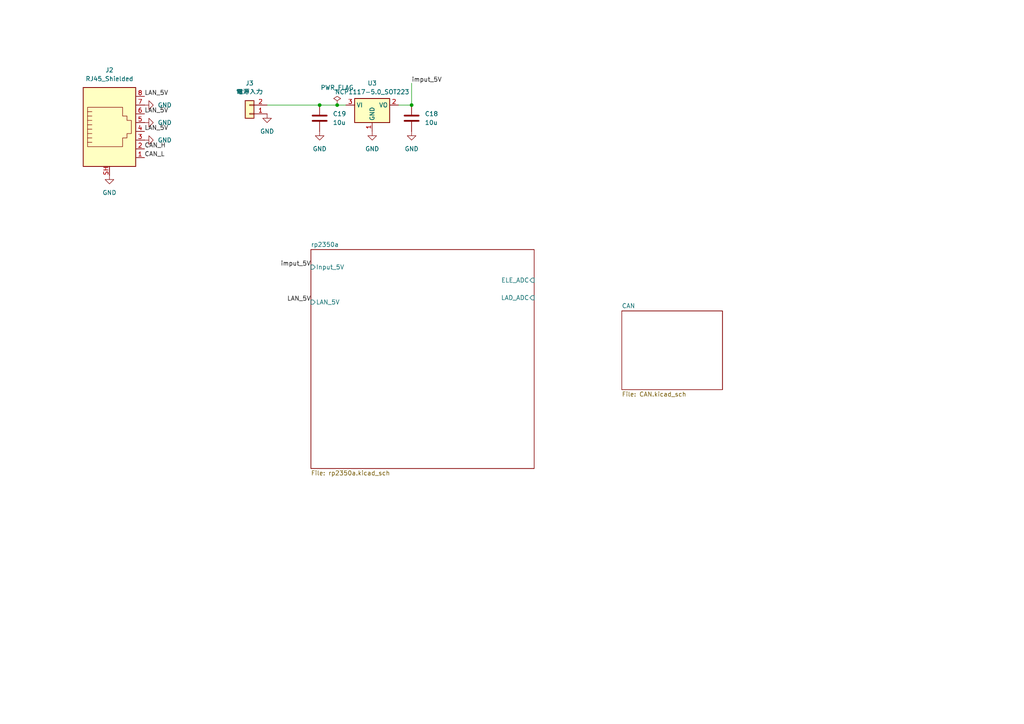
<source format=kicad_sch>
(kicad_sch (version 20250114) (generator "eeschema") (generator_version "9.0")
  (paper "A4")
  (lib_symbols
    (symbol "Connector:RJ45_Shielded" (pin_names (offset 1.016))
      (property "Reference" "J" (at -5.08 13.97 0))
      (property "Value" "RJ45_Shielded" (at 2.54 13.97 0))
      (symbol "RJ45_Shielded_0_1"
        (polyline (pts (xy -6.35 1.905) (xy -5.08 1.905) (xy -5.08 1.905)))
        (polyline (pts (xy -6.35 0.635) (xy -5.08 0.635) (xy -5.08 0.635)))
        (polyline (pts (xy -6.35 -0.635) (xy -5.08 -0.635) (xy -5.08 -0.635)))
        (polyline (pts (xy -6.35 -1.905) (xy -5.08 -1.905) (xy -5.08 -1.905)))
        (polyline (pts (xy -6.35 -3.175) (xy -5.08 -3.175) (xy -5.08 -3.175)))
        (polyline (pts (xy -6.35 -4.445) (xy -6.35 6.985) (xy 3.81 6.985) (xy 3.81 4.445) (xy 5.08 4.445) (xy 5.08 3.175) (xy 6.35 3.175) (xy 6.35 -0.635) (xy 5.08 -0.635) (xy 5.08 -1.905) (xy 3.81 -1.905) (xy 3.81 -4.445) (xy -6.35 -4.445) (xy -6.35 -4.445)))
        (polyline (pts (xy -5.08 5.715) (xy -6.35 5.715)))
        (polyline (pts (xy -5.08 4.445) (xy -6.35 4.445)))
        (polyline (pts (xy -5.08 3.175) (xy -6.35 3.175) (xy -6.35 3.175)))
        (rectangle (start 7.62 12.7) (end -7.62 -10.16) (stroke (width 0.254)) (fill (type background)))
      )
      (symbol "RJ45_Shielded_1_1"
        (pin passive line (at 0 -12.7 90) (length 2.54) (name "~") (number "SH"))
        (pin passive line (at 10.16 10.16 180) (length 2.54) (name "~") (number "8"))
        (pin passive line (at 10.16 7.62 180) (length 2.54) (name "~") (number "7"))
        (pin passive line (at 10.16 5.08 180) (length 2.54) (name "~") (number "6"))
        (pin passive line (at 10.16 2.54 180) (length 2.54) (name "~") (number "5"))
        (pin passive line (at 10.16 0 180) (length 2.54) (name "~") (number "4"))
        (pin passive line (at 10.16 -2.54 180) (length 2.54) (name "~") (number "3"))
        (pin passive line (at 10.16 -5.08 180) (length 2.54) (name "~") (number "2"))
        (pin passive line (at 10.16 -7.62 180) (length 2.54) (name "~") (number "1"))
      )
    )
    (symbol "Connector_Generic:Conn_01x02" (pin_names (offset 1.016) (hide yes))
      (property "Reference" "J" (at 0 2.54 0))
      (property "Value" "Conn_01x02" (at 0 -5.08 0))
      (symbol "Conn_01x02_1_1"
        (rectangle (start -1.27 1.27) (end 1.27 -3.81) (stroke (width 0.254)) (fill (type background)))
        (rectangle (start -1.27 0.127) (end 0 -0.127) (stroke (width 0.1524)))
        (rectangle (start -1.27 -2.413) (end 0 -2.667) (stroke (width 0.1524)))
        (pin passive line (at -5.08 0 0) (length 3.81) (name "Pin_1") (number "1"))
        (pin passive line (at -5.08 -2.54 0) (length 3.81) (name "Pin_2") (number "2"))
      )
    )
    (symbol "Device:C" (pin_numbers (hide yes)) (pin_names (offset 0.254))
      (property "Reference" "C" (at 0.635 2.54 0))
      (property "Value" "C" (at 0.635 -2.54 0))
      (symbol "C_0_1"
        (polyline (pts (xy -2.032 0.762) (xy 2.032 0.762)) (stroke (width 0.508)))
        (polyline (pts (xy -2.032 -0.762) (xy 2.032 -0.762)) (stroke (width 0.508)))
      )
      (symbol "C_1_1"
        (pin passive line (at 0 3.81 270) (length 2.794) (name "~") (number "1"))
        (pin passive line (at 0 -3.81 90) (length 2.794) (name "~") (number "2"))
      )
    )
    (symbol "Regulator_Linear:NCP1117-5.0_SOT223"
      (property "Reference" "U" (at -3.81 3.175 0))
      (property "Value" "NCP1117-5.0_SOT223" (at 0 3.175 0))
      (symbol "NCP1117-5.0_SOT223_0_1"
        (rectangle (start -5.08 -5.08) (end 5.08 1.905) (stroke (width 0.254)) (fill (type background)))
      )
      (symbol "NCP1117-5.0_SOT223_1_1"
        (pin power_in line (at -7.62 0 0) (length 2.54) (name "VI") (number "3"))
        (pin power_in line (at 0 -7.62 90) (length 2.54) (name "GND") (number "1"))
        (pin power_out line (at 7.62 0 180) (length 2.54) (name "VO") (number "2"))
      )
    )
    (symbol "power:GND" (power) (pin_numbers (hide yes)) (pin_names (offset 0) (hide yes))
      (property "Value" "GND" (at 0 -3.81 0))
      (symbol "GND_0_1"
        (polyline (pts (xy 0 0) (xy 0 -1.27) (xy 1.27 -1.27) (xy 0 -2.54) (xy -1.27 -1.27) (xy 0 -1.27)))
      )
      (symbol "GND_1_1"
        (pin power_in line (at 0 0 270) (length 0) (name "~") (number "1"))
      )
    )
    (symbol "power:PWR_FLAG" (power) (pin_numbers (hide yes)) (pin_names (offset 0) (hide yes))
      (property "Value" "PWR_FLAG" (at 0 3.81 0))
      (symbol "PWR_FLAG_0_0"
        (pin power_out line (at 0 0 90) (length 0) (name "~") (number "1"))
      )
      (symbol "PWR_FLAG_0_1"
        (polyline (pts (xy 0 0) (xy 0 1.27) (xy -1.016 1.905) (xy 0 2.54) (xy 1.016 1.905) (xy 0 1.27)))
      )
    )
  )
  (junction (at 97.79 30.48))
  (junction (at 92.71 30.48))
  (junction (at 119.38 30.48))
  (wire (pts (xy 97.79 30.48) (xy 100.33 30.48)))
  (wire (pts (xy 115.57 30.48) (xy 119.38 30.48)))
  (wire (pts (xy 119.38 24.13) (xy 119.38 30.48)))
  (wire (pts (xy 92.71 30.48) (xy 97.79 30.48)))
  (wire (pts (xy 77.47 30.48) (xy 92.71 30.48)))
  (label "LAN_5V" (at 41.91 33.02 0))
  (label "LAN_5V" (at 41.91 27.94 0))
  (label "CAN_H" (at 41.91 43.18 0))
  (label "imput_5V" (at 119.38 24.13 0))
  (label "imput_5V" (at 90.17 77.47 180))
  (label "LAN_5V" (at 41.91 38.1 0))
  (label "LAN_5V" (at 90.17 87.63 180))
  (label "CAN_L" (at 41.91 45.72 0))
  (symbol (lib_id "power:GND") (at 41.91 40.64 90) (unit 1)
    (property "Reference" "#PWR018" (effects (hide yes)))
    (property "Value" "GND" (at 45.72 40.6399 90) (effects (justify right)))
    (property "Description" "Power symbol creates a global label with name \"GND\" , ground" (effects (hide yes)))
  )
  (symbol (lib_id "power:PWR_FLAG") (at 97.79 30.48 0) (unit 1)
    (property "Reference" "#FLG02" (effects (hide yes)))
    (property "Value" "PWR_FLAG" (at 97.79 25.4 0))
    (property "Description" "Special symbol for telling ERC where power comes from" (effects (hide yes)))
  )
  (symbol (lib_id "Device:C") (at 119.38 34.29 0) (unit 1)
    (property "Reference" "C18" (at 123.19 33.0199 0) (effects (justify left)))
    (property "Value" "10u" (at 123.19 35.5599 0) (effects (justify left)))
    (property "Description" "Unpolarized capacitor" (effects (hide yes)))
  )
  (symbol (lib_id "Regulator_Linear:NCP1117-5.0_SOT223") (at 107.95 30.48 0) (unit 1)
    (property "Reference" "U3" (at 107.95 24.13 0))
    (property "Value" "NCP1117-5.0_SOT223" (at 107.95 26.67 0))
    (property "Footprint" "Package_TO_SOT_SMD:SOT-223-3_TabPin2" (effects (hide yes)))
    (property "Datasheet" "http://www.onsemi.com/pub_link/Collateral/NCP1117-D.PDF" (effects (hide yes)))
    (property "Description" "1A Low drop-out regulator, Fixed Output 5V, SOT-223" (effects (hide yes)))
  )
  (symbol (lib_id "Device:C") (at 92.71 34.29 0) (unit 1)
    (property "Reference" "C19" (at 96.52 33.0199 0) (effects (justify left)))
    (property "Value" "10u" (at 96.52 35.5599 0) (effects (justify left)))
    (property "Description" "Unpolarized capacitor" (effects (hide yes)))
  )
  (symbol (lib_id "power:GND") (at 77.47 33.02 0) (unit 1)
    (property "Reference" "#PWR024" (effects (hide yes)))
    (property "Value" "GND" (at 77.47 38.1 0))
    (property "Description" "Power symbol creates a global label with name \"GND\" , ground" (effects (hide yes)))
  )
  (symbol (lib_id "power:GND") (at 92.71 38.1 0) (unit 1)
    (property "Reference" "#PWR022" (effects (hide yes)))
    (property "Value" "GND" (at 92.71 43.18 0))
    (property "Description" "Power symbol creates a global label with name \"GND\" , ground" (effects (hide yes)))
  )
  (symbol (lib_id "power:GND") (at 41.91 30.48 90) (unit 1)
    (property "Reference" "#PWR020" (effects (hide yes)))
    (property "Value" "GND" (at 45.72 30.4799 90) (effects (justify right)))
    (property "Description" "Power symbol creates a global label with name \"GND\" , ground" (effects (hide yes)))
  )
  (symbol (lib_id "power:GND") (at 107.95 38.1 0) (unit 1)
    (property "Reference" "#PWR021" (effects (hide yes)))
    (property "Value" "GND" (at 107.95 43.18 0))
    (property "Description" "Power symbol creates a global label with name \"GND\" , ground" (effects (hide yes)))
  )
  (symbol (lib_id "power:GND") (at 119.38 38.1 0) (unit 1)
    (property "Reference" "#PWR023" (effects (hide yes)))
    (property "Value" "GND" (at 119.38 43.18 0))
    (property "Description" "Power symbol creates a global label with name \"GND\" , ground" (effects (hide yes)))
  )
  (symbol (lib_id "power:GND") (at 31.75 50.8 0) (unit 1)
    (property "Reference" "#PWR017" (effects (hide yes)))
    (property "Value" "GND" (at 31.75 55.88 0))
    (property "Description" "Power symbol creates a global label with name \"GND\" , ground" (effects (hide yes)))
  )
  (symbol (lib_id "Connector_Generic:Conn_01x02") (at 72.39 33.02 180) (unit 1)
    (property "Reference" "J3" (at 72.39 24.13 0))
    (property "Value" "電源入力" (at 72.39 26.67 0))
    (property "Description" "Generic connector, single row, 01x02, script generated (kicad-library-utils/schlib/autogen/connector/)" (effects (hide yes)))
  )
  (symbol (lib_id "Connector:RJ45_Shielded") (at 31.75 38.1 0) (unit 1)
    (property "Reference" "J2" (at 31.75 20.32 0))
    (property "Value" "RJ45_Shielded" (at 31.75 22.86 0))
    (property "Description" "RJ connector, 8P8C (8 positions 8 connected), Shielded" (effects (hide yes)))
  )
  (symbol (lib_id "power:GND") (at 41.91 35.56 90) (unit 1)
    (property "Reference" "#PWR019" (effects (hide yes)))
    (property "Value" "GND" (at 45.72 35.5599 90) (effects (justify right)))
    (property "Description" "Power symbol creates a global label with name \"GND\" , ground" (effects (hide yes)))
  )
  (sheet (at 180.34 90.17) (size 29.21 22.86) (stroke (width 0.1524))
    (property "Sheetname" "CAN" (at 180.34 89.4584 0) (effects (justify left bottom)))
    (property "Sheetfile" "CAN.kicad_sch" (at 180.34 113.6146 0) (effects (justify left top)))
  )
  (sheet (at 90.17 72.39) (size 64.77 63.5) (stroke (width 0.1524))
    (property "Sheetname" "rp2350a" (at 90.17 71.6784 0) (effects (justify left bottom)))
    (property "Sheetfile" "rp2350a.kicad_sch" (at 90.17 136.4746 0) (effects (justify left top)))
    (pin "Input_5V" input (at 90.17 77.47 180))
    (pin "LAN_5V" input (at 90.17 87.63 180))
    (pin "ELE_ADC" input (at 154.94 81.28 0))
    (pin "LAD_ADC" input (at 154.94 86.36 0))
  )
)
</source>
